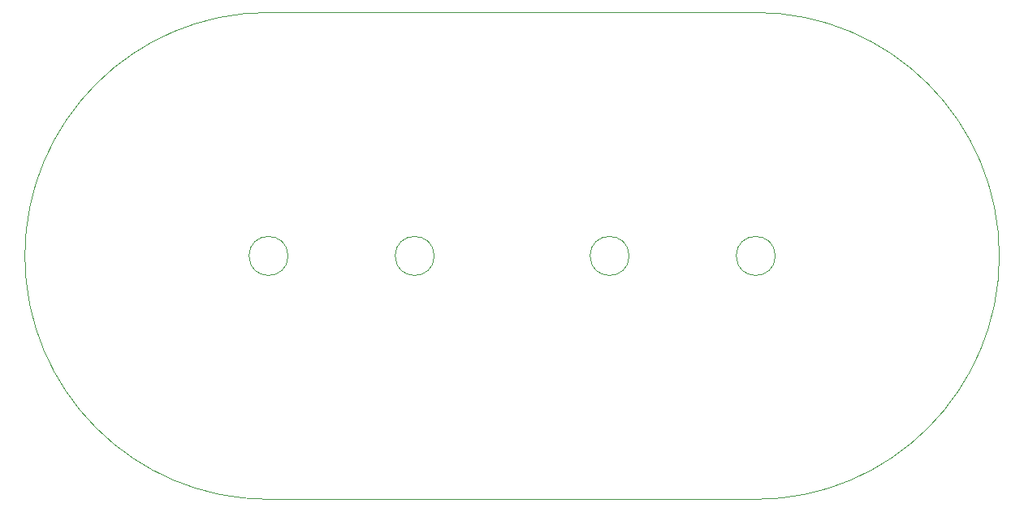
<source format=gbr>
%TF.GenerationSoftware,KiCad,Pcbnew,7.0.5*%
%TF.CreationDate,2023-07-02T13:32:01-04:00*%
%TF.ProjectId,Nixie Clock,4e697869-6520-4436-9c6f-636b2e6b6963,rev?*%
%TF.SameCoordinates,Original*%
%TF.FileFunction,Profile,NP*%
%FSLAX46Y46*%
G04 Gerber Fmt 4.6, Leading zero omitted, Abs format (unit mm)*
G04 Created by KiCad (PCBNEW 7.0.5) date 2023-07-02 13:32:01*
%MOMM*%
%LPD*%
G01*
G04 APERTURE LIST*
%TA.AperFunction,Profile*%
%ADD10C,0.100000*%
%TD*%
G04 APERTURE END LIST*
D10*
X205232000Y-83820000D02*
G75*
G03*
X205232000Y-83820000I-2032000J0D01*
G01*
X189992000Y-83820000D02*
G75*
G03*
X189992000Y-83820000I-2032000J0D01*
G01*
X169672000Y-83820000D02*
G75*
G03*
X169672000Y-83820000I-2032000J0D01*
G01*
X154432000Y-83820000D02*
G75*
G03*
X154432000Y-83820000I-2032000J0D01*
G01*
X152400000Y-109220000D02*
X203200000Y-109220000D01*
X203200000Y-58420000D02*
X152400000Y-58420000D01*
X203200000Y-109220000D02*
G75*
G03*
X203200000Y-58420000I0J25400000D01*
G01*
X152400000Y-58420000D02*
G75*
G03*
X152400000Y-109220000I0J-25400000D01*
G01*
M02*

</source>
